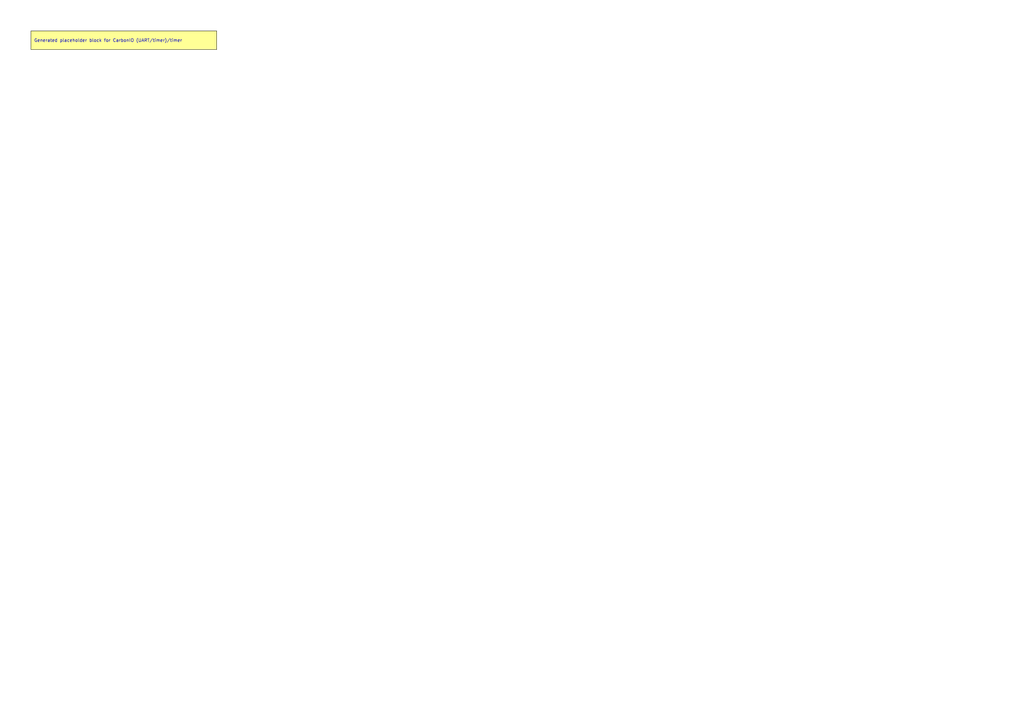
<source format=kicad_sch>
(kicad_sch
	(version 20250114)
	(generator "kicadgen")
	(generator_version "0.2")
	(uuid "339238e6-3572-52fa-af10-7ec5752d6175")
	(paper "A3")
	(title_block
		(title "CarbonIO (UART/timer)::timer")
		(company "Project Carbon")
		(comment 1 "Generated - do not edit in generated/")
		(comment 2 "Edit in schem/kicad9/manual/ or refine mapping specs")
	)
	(lib_symbols)
	(text_box
		"Generated placeholder block for CarbonIO (UART/timer)/timer"
		(exclude_from_sim no)
		(at
			12.7
			12.7
			0
		)
		(size 76.2 7.62)
		(margins
			1.27
			1.27
			1.27
			1.27
		)
		(stroke
			(width 0)
			(type default)
			(color
				0
				0
				0
				1
			)
		)
		(fill
			(type color)
			(color
				255
				255
				150
				1
			)
		)
		(effects
			(font
				(size 1.27 1.27)
			)
			(justify left)
		)
		(uuid "3135348f-9b4c-5d45-be77-6cb944bef7fb")
	)
	(sheet_instances
		(path
			"/"
			(page "1")
		)
	)
	(embedded_fonts no)
)

</source>
